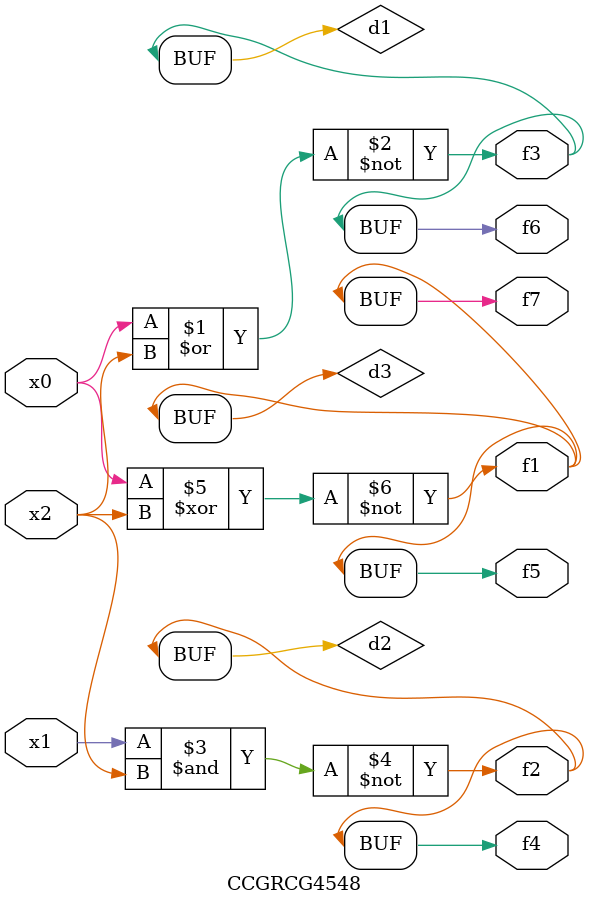
<source format=v>
module CCGRCG4548(
	input x0, x1, x2,
	output f1, f2, f3, f4, f5, f6, f7
);

	wire d1, d2, d3;

	nor (d1, x0, x2);
	nand (d2, x1, x2);
	xnor (d3, x0, x2);
	assign f1 = d3;
	assign f2 = d2;
	assign f3 = d1;
	assign f4 = d2;
	assign f5 = d3;
	assign f6 = d1;
	assign f7 = d3;
endmodule

</source>
